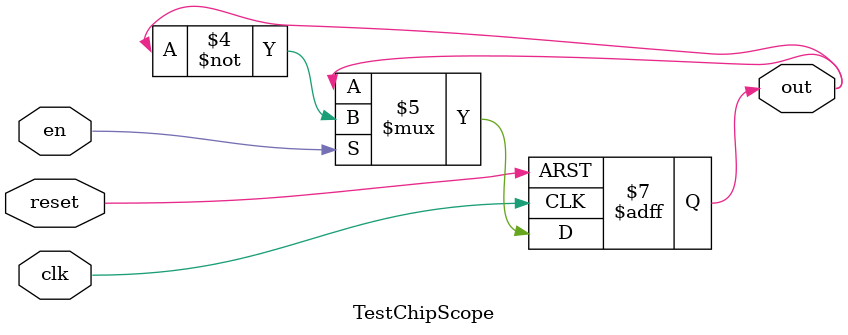
<source format=v>
`timescale 1ns / 1ps
module TestChipScope(
	input clk,reset,en,
	output reg out);
	
	always @ (posedge clk or negedge reset) begin
		if(reset==0)begin
			out<=0;
		end else begin
			if (en==1) begin
				out<= ~ out;
			end
		end
	end

endmodule

</source>
